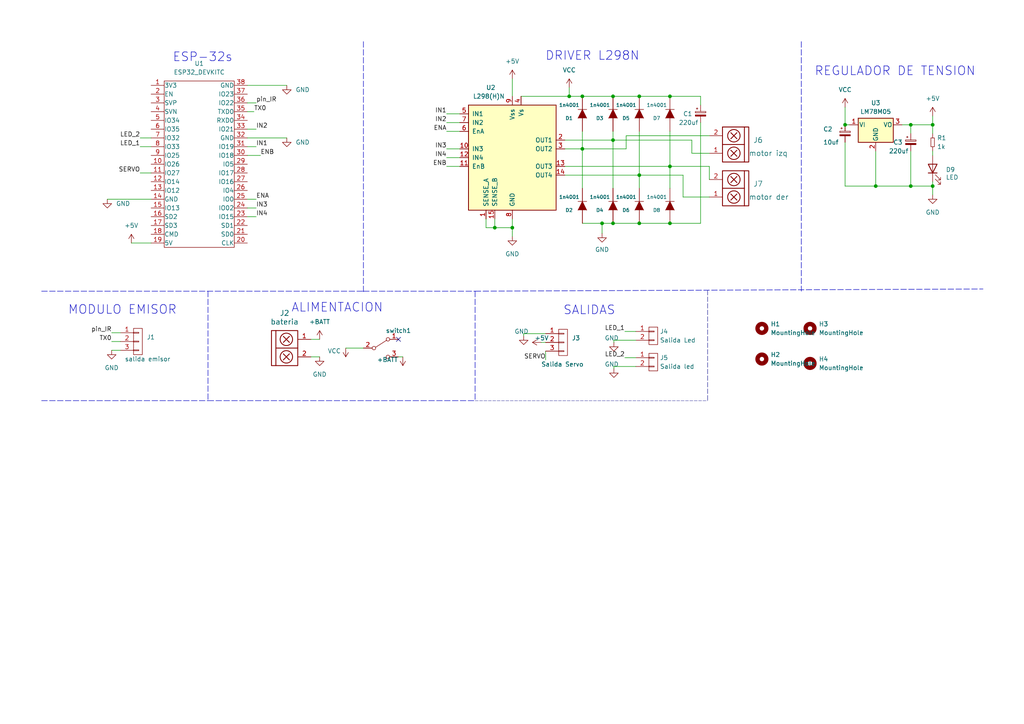
<source format=kicad_sch>
(kicad_sch (version 20211123) (generator eeschema)
  (paper "A4")
  (lib_symbols
    (symbol "Device:LED" (pin_numbers hide) (pin_names (offset 1.016) hide)
      (property "Reference" "D" (at 0 2.54 0))
      (property "Value" "LED" (at 0 -2.54 0))
      (symbol "LED_0_1"
        (polyline (pts (xy -1.27 -1.27) (xy -1.27 1.27)) (stroke (width 0.254)))
        (polyline (pts (xy -1.27 0) (xy 1.27 0)))
        (polyline (pts (xy 1.27 -1.27) (xy 1.27 1.27) (xy -1.27 0) (xy 1.27 -1.27)) (stroke (width 0.254)))
        (polyline (pts (xy -3.048 -0.762) (xy -4.572 -2.286) (xy -3.81 -2.286) (xy -4.572 -2.286) (xy -4.572 -1.524)))
        (polyline (pts (xy -1.778 -0.762) (xy -3.302 -2.286) (xy -2.54 -2.286) (xy -3.302 -2.286) (xy -3.302 -1.524)))
      )
      (symbol "LED_1_1"
        (pin passive line (at -3.81 0 0) (length 2.54) (name "K") (number "1"))
        (pin passive line (at 3.81 0 180) (length 2.54) (name "A") (number "2"))
      )
    )
    (symbol "EESTN5:CONN_01X03" (pin_names (offset 1.016) hide)
      (property "Reference" "J" (at 0 5.08 0))
      (property "Value" "CONN_01X03" (at 2.54 0 90))
      (symbol "CONN_01X03_0_1"
        (rectangle (start -1.27 -2.413) (end 0.254 -2.667))
        (rectangle (start -1.27 0.127) (end 0.254 -0.127))
        (rectangle (start -1.27 2.667) (end 0.254 2.413))
        (rectangle (start -1.27 3.81) (end 1.27 -3.81))
      )
      (symbol "CONN_01X03_1_1"
        (pin passive line (at -5.08 2.54 0) (length 3.81) (name "P1") (number "1"))
        (pin passive line (at -5.08 0 0) (length 3.81) (name "P2") (number "2"))
        (pin passive line (at -5.08 -2.54 0) (length 3.81) (name "P3") (number "3"))
      )
    )
    (symbol "EESTN5:DIODE" (pin_numbers hide) (pin_names (offset 1.016) hide)
      (property "Reference" "D" (at 0 2.54 0))
      (property "Value" "DIODE" (at 0 -2.54 0))
      (symbol "DIODE_0_1"
        (polyline (pts (xy 1.27 1.27) (xy 1.27 -1.27)) (stroke (width 0.1524)))
        (polyline (pts (xy -1.27 1.27) (xy 1.27 0) (xy -1.27 -1.27)) (fill (type outline)))
      )
      (symbol "DIODE_1_1"
        (pin passive line (at -5.08 0 0) (length 3.81) (name "A") (number "1"))
        (pin passive line (at 5.08 0 180) (length 3.81) (name "K") (number "2"))
      )
    )
    (symbol "EESTN5:ESP32_DEVKITC" (pin_names (offset 0.0254))
      (property "Reference" "U" (at 0 25.4 0))
      (property "Value" "ESP32_DEVKITC" (at 0 -25.4 0))
      (symbol "ESP32_DEVKITC_0_1"
        (rectangle (start -10.16 24.13) (end 10.16 -24.13))
      )
      (symbol "ESP32_DEVKITC_1_1"
        (pin passive line (at -13.97 22.86 0) (length 3.81) (name "3V3") (number "1"))
        (pin passive line (at -13.97 0 0) (length 3.81) (name "IO26") (number "10"))
        (pin passive line (at -13.97 -2.54 0) (length 3.81) (name "IO27") (number "11"))
        (pin passive line (at -13.97 -5.08 0) (length 3.81) (name "IO14") (number "12"))
        (pin passive line (at -13.97 -7.62 0) (length 3.81) (name "IO12") (number "13"))
        (pin passive line (at -13.97 -10.16 0) (length 3.81) (name "GND") (number "14"))
        (pin passive line (at -13.97 -12.7 0) (length 3.81) (name "IO13") (number "15"))
        (pin passive line (at -13.97 -15.24 0) (length 3.81) (name "SD2") (number "16"))
        (pin passive line (at -13.97 -17.78 0) (length 3.81) (name "SD3") (number "17"))
        (pin passive line (at -13.97 -20.32 0) (length 3.81) (name "CMD") (number "18"))
        (pin passive line (at -13.97 -22.86 0) (length 3.81) (name "5V") (number "19"))
        (pin passive line (at -13.97 20.32 0) (length 3.81) (name "EN") (number "2"))
        (pin passive line (at 13.97 -22.86 180) (length 3.81) (name "CLK") (number "20"))
        (pin passive line (at 13.97 -20.32 180) (length 3.81) (name "SD0") (number "21"))
        (pin passive line (at 13.97 -17.78 180) (length 3.81) (name "SD1") (number "22"))
        (pin passive line (at 13.97 -15.24 180) (length 3.81) (name "IO15") (number "23"))
        (pin passive line (at 13.97 -12.7 180) (length 3.81) (name "IO02") (number "24"))
        (pin passive line (at 13.97 -10.16 180) (length 3.81) (name "IO0") (number "25"))
        (pin passive line (at 13.97 -7.62 180) (length 3.81) (name "IO4") (number "26"))
        (pin passive line (at 13.97 -5.08 180) (length 3.81) (name "IO16") (number "27"))
        (pin passive line (at 13.97 -2.54 180) (length 3.81) (name "IO17") (number "28"))
        (pin passive line (at 13.97 0 180) (length 3.81) (name "IO5") (number "29"))
        (pin passive line (at -13.97 17.78 0) (length 3.81) (name "SVP") (number "3"))
        (pin passive line (at 13.97 2.54 180) (length 3.81) (name "IO18") (number "30"))
        (pin passive line (at 13.97 5.08 180) (length 3.81) (name "IO19") (number "31"))
        (pin passive line (at 13.97 7.62 180) (length 3.81) (name "GND") (number "32"))
        (pin passive line (at 13.97 10.16 180) (length 3.81) (name "IO21") (number "33"))
        (pin passive line (at 13.97 12.7 180) (length 3.81) (name "RXD0") (number "34"))
        (pin passive line (at 13.97 15.24 180) (length 3.81) (name "TXD0") (number "35"))
        (pin passive line (at 13.97 17.78 180) (length 3.81) (name "IO22") (number "36"))
        (pin passive line (at 13.97 20.32 180) (length 3.81) (name "IO23") (number "37"))
        (pin passive line (at 13.97 22.86 180) (length 3.81) (name "GND") (number "38"))
        (pin passive line (at -13.97 15.24 0) (length 3.81) (name "SVN") (number "4"))
        (pin passive line (at -13.97 12.7 0) (length 3.81) (name "IO34") (number "5"))
        (pin passive line (at -13.97 10.16 0) (length 3.81) (name "IO35") (number "6"))
        (pin passive line (at -13.97 7.62 0) (length 3.81) (name "IO32") (number "7"))
        (pin passive line (at -13.97 5.08 0) (length 3.81) (name "IO33") (number "8"))
        (pin passive line (at -13.97 2.54 0) (length 3.81) (name "IO25") (number "9"))
      )
    )
    (symbol "EESTN5:L298(H)N" (pin_names (offset 1.016))
      (property "Reference" "U" (at -1.905 18.415 0))
      (property "Value" "L298(H)N" (at -1.905 16.51 0))
      (symbol "L298(H)N_0_1"
        (rectangle (start -12.7 15.24) (end 12.7 -15.24) (stroke (width 0.254)) (fill (type background)))
      )
      (symbol "L298(H)N_1_1"
        (pin power_in line (at -7.62 -17.78 90) (length 2.54) (name "SENSE_A") (number "1"))
        (pin input line (at -15.24 2.54 0) (length 2.54) (name "IN3") (number "10"))
        (pin input line (at -15.24 -2.54 0) (length 2.54) (name "EnB") (number "11"))
        (pin input line (at -15.24 0 0) (length 2.54) (name "IN4") (number "12"))
        (pin output line (at 15.24 -2.54 180) (length 2.54) (name "OUT3") (number "13"))
        (pin output line (at 15.24 -5.08 180) (length 2.54) (name "OUT4") (number "14"))
        (pin power_in line (at -5.08 -17.78 90) (length 2.54) (name "SENSE_B") (number "15"))
        (pin output line (at 15.24 5.08 180) (length 2.54) (name "OUT1") (number "2"))
        (pin output line (at 15.24 2.54 180) (length 2.54) (name "OUT2") (number "3"))
        (pin power_in line (at 2.54 17.78 270) (length 2.54) (name "Vs") (number "4"))
        (pin input line (at -15.24 12.7 0) (length 2.54) (name "IN1") (number "5"))
        (pin input line (at -15.24 7.62 0) (length 2.54) (name "EnA") (number "6"))
        (pin input line (at -15.24 10.16 0) (length 2.54) (name "IN2") (number "7"))
        (pin power_in line (at 0 -17.78 90) (length 2.54) (name "GND") (number "8"))
        (pin power_in line (at 0 17.78 270) (length 2.54) (name "Vss") (number "9"))
      )
    )
    (symbol "EESTN5:R" (pin_numbers hide) (pin_names (offset 0))
      (property "Reference" "R" (at -1.27 0 90))
      (property "Value" "R" (at 1.27 0 90))
      (symbol "R_0_1"
        (rectangle (start 0.508 1.27) (end -0.508 -1.27))
      )
      (symbol "R_1_1"
        (pin passive line (at 0 2.54 270) (length 1.27) (name "~") (number "1"))
        (pin passive line (at 0 -2.54 90) (length 1.27) (name "~") (number "2"))
      )
    )
    (symbol "EESTN5:SW_SPDT" (pin_names (offset 0) hide)
      (property "Reference" "SW" (at 0 4.318 0))
      (symbol "SW_SPDT_0_0"
        (circle (center -2.032 0) (radius 0.508))
        (circle (center 2.032 -2.54) (radius 0.508))
      )
      (symbol "SW_SPDT_0_1"
        (polyline (pts (xy -1.524 0.254) (xy 1.651 2.286)))
        (circle (center 2.032 2.54) (radius 0.508))
      )
      (symbol "SW_SPDT_1_1"
        (pin passive line (at 5.08 2.54 180) (length 2.54) (name "A") (number "1"))
        (pin passive line (at -5.08 0 0) (length 2.54) (name "B") (number "2"))
        (pin passive line (at 5.08 -2.54 180) (length 2.54) (name "C") (number "3"))
      )
    )
    (symbol "EESTN5:TB_1X2" (pin_names (offset 1.016))
      (property "Reference" "J" (at 0 7.62 0))
      (property "Value" "TB_1X2" (at 1.27 -7.62 0))
      (symbol "TB_1X2_0_1"
        (rectangle (start -2.54 5.08) (end 5.08 -5.08) (stroke (width 0.254)))
        (polyline (pts (xy -1.27 0) (xy 5.08 0)) (stroke (width 0.254)))
        (polyline (pts (xy -1.27 5.08) (xy -1.27 -5.08)) (stroke (width 0.254)))
        (polyline (pts (xy 0.889 -3.429) (xy 2.667 -1.651)) (stroke (width 0.254)))
        (polyline (pts (xy 0.889 -1.651) (xy 2.667 -3.429)) (stroke (width 0.254)))
        (polyline (pts (xy 0.889 1.651) (xy 2.667 3.429)) (stroke (width 0.254)))
        (polyline (pts (xy 0.889 3.429) (xy 2.667 1.651)) (stroke (width 0.254)))
        (circle (center 1.778 -2.54) (radius 1.8034) (stroke (width 0.254)))
        (circle (center 1.778 2.54) (radius 1.8034) (stroke (width 0.254)))
      )
      (symbol "TB_1X2_1_1"
        (pin input line (at 8.89 2.54 180) (length 3.81) (name "~") (number "1"))
        (pin input line (at 8.89 -2.54 180) (length 3.81) (name "~") (number "2"))
      )
    )
    (symbol "MacroLib:CONN_01X02" (pin_names (offset 1.016) hide)
      (property "Reference" "J" (at -1.27 5.715 0))
      (property "Value" "CONN_01X02" (at -0.635 3.81 0))
      (symbol "CONN_01X02_1_1"
        (rectangle (start -1.27 -1.143) (end 0.254 -1.397))
        (rectangle (start -1.27 1.397) (end 0.254 1.143))
        (rectangle (start -1.27 2.54) (end 1.27 -2.54))
        (pin passive line (at -5.08 1.27 0) (length 3.81) (name "P1") (number "1"))
        (pin passive line (at -5.08 -1.27 0) (length 3.81) (name "P2") (number "2"))
      )
    )
    (symbol "Mechanical:MountingHole" (pin_names (offset 1.016))
      (property "Reference" "H" (at 0 5.08 0))
      (property "Value" "MountingHole" (at 0 3.175 0))
      (symbol "MountingHole_0_1"
        (circle (center 0 0) (radius 1.27) (stroke (width 1.27)))
      )
    )
    (symbol "Regulator_Linear:LM78M05_TO220" (pin_names (offset 0.254))
      (property "Reference" "U" (at -3.81 3.175 0))
      (property "Value" "LM78M05_TO220" (at 0 3.175 0))
      (symbol "LM78M05_TO220_0_1"
        (rectangle (start -5.08 1.905) (end 5.08 -5.08) (stroke (width 0.254)) (fill (type background)))
      )
      (symbol "LM78M05_TO220_1_1"
        (pin power_in line (at -7.62 0 0) (length 2.54) (name "VI") (number "1"))
        (pin power_in line (at 0 -7.62 90) (length 2.54) (name "GND") (number "2"))
        (pin power_out line (at 7.62 0 180) (length 2.54) (name "VO") (number "3"))
      )
    )
    (symbol "StepperDriver-rescue:CP_Small-Device" (pin_numbers hide) (pin_names (offset 0.254) hide)
      (property "Reference" "C" (at 0.254 1.778 0))
      (property "Value" "CP_Small-Device" (at 0.254 -2.032 0))
      (symbol "CP_Small-Device_0_1"
        (rectangle (start -1.524 -0.3048) (end 1.524 -0.6858) (fill (type outline)))
        (rectangle (start -1.524 0.6858) (end 1.524 0.3048))
        (polyline (pts (xy -1.27 1.524) (xy -0.762 1.524)))
        (polyline (pts (xy -1.016 1.27) (xy -1.016 1.778)))
      )
      (symbol "CP_Small-Device_1_1"
        (pin passive line (at 0 2.54 270) (length 1.8542) (name "~") (number "1"))
        (pin passive line (at 0 -2.54 90) (length 1.8542) (name "~") (number "2"))
      )
    )
    (symbol "power:+5V" (power) (pin_names (offset 0))
      (property "Value" "+5V" (at 0 3.556 0))
      (symbol "+5V_0_1"
        (polyline (pts (xy -0.762 1.27) (xy 0 2.54)))
        (polyline (pts (xy 0 0) (xy 0 2.54)))
        (polyline (pts (xy 0 2.54) (xy 0.762 1.27)))
      )
      (symbol "+5V_1_1"
        (pin power_in line (at 0 0 90) (length 0) hide (name "+5V") (number "1"))
      )
    )
    (symbol "power:+BATT" (power) (pin_names (offset 0))
      (property "Value" "+BATT" (at 0 3.556 0))
      (symbol "+BATT_0_1"
        (polyline (pts (xy -0.762 1.27) (xy 0 2.54)))
        (polyline (pts (xy 0 0) (xy 0 2.54)))
        (polyline (pts (xy 0 2.54) (xy 0.762 1.27)))
      )
      (symbol "+BATT_1_1"
        (pin power_in line (at 0 0 90) (length 0) hide (name "+BATT") (number "1"))
      )
    )
    (symbol "power:GND" (power) (pin_names (offset 0))
      (property "Value" "GND" (at 0 -3.81 0))
      (symbol "GND_0_1"
        (polyline (pts (xy 0 0) (xy 0 -1.27) (xy 1.27 -1.27) (xy 0 -2.54) (xy -1.27 -1.27) (xy 0 -1.27)))
      )
      (symbol "GND_1_1"
        (pin power_in line (at 0 0 270) (length 0) hide (name "GND") (number "1"))
      )
    )
    (symbol "power:VCC" (power) (pin_names (offset 0))
      (property "Value" "VCC" (at 0 3.81 0))
      (symbol "VCC_0_1"
        (polyline (pts (xy -0.762 1.27) (xy 0 2.54)))
        (polyline (pts (xy 0 0) (xy 0 2.54)))
        (polyline (pts (xy 0 2.54) (xy 0.762 1.27)))
      )
      (symbol "VCC_1_1"
        (pin power_in line (at 0 0 90) (length 0) hide (name "VCC") (number "1"))
      )
    )
  )
  (junction (at 168.91 27.94))
  (junction (at 168.91 43.18))
  (junction (at 270.51 53.975))
  (junction (at 254 53.975))
  (junction (at 264.16 36.195))
  (junction (at 245.11 36.195))
  (junction (at 194.31 64.77))
  (junction (at 174.625 64.77))
  (junction (at 148.59 66.04))
  (junction (at 177.8 27.94))
  (junction (at 270.51 36.195))
  (junction (at 177.8 40.64))
  (junction (at 177.8 64.77))
  (junction (at 185.42 64.77))
  (junction (at 165.1 27.94))
  (junction (at 185.42 50.8))
  (junction (at 264.16 53.975))
  (junction (at 143.51 66.04))
  (junction (at 185.42 27.94))
  (junction (at 194.31 48.26))
  (junction (at 194.31 27.94))
  (no_connect (at 115.57 98.425))
  (wire (pts (xy 184.404 98.679) (xy 178.054 98.679)))
  (wire (pts (xy 143.51 63.5) (xy 143.51 66.04)))
  (wire (pts (xy 245.11 31.115) (xy 245.11 36.195)))
  (wire (pts (xy 116.84 103.505) (xy 115.57 103.505)))
  (wire (pts (xy 74.295 29.845) (xy 71.755 29.845)))
  (wire (pts (xy 151.892 96.774) (xy 151.892 97.409)))
  (wire (pts (xy 174.625 64.77) (xy 168.91 64.77)))
  (polyline (pts (xy 105.41 84.455) (xy 137.795 84.455)))
  (polyline (pts (xy 105.41 12.065) (xy 105.41 85.09)))
  (wire (pts (xy 245.11 41.275) (xy 245.11 53.975)))
  (wire (pts (xy 185.42 50.8) (xy 185.42 54.61)))
  (wire (pts (xy 194.31 64.77) (xy 185.42 64.77)))
  (wire (pts (xy 185.42 38.1) (xy 185.42 50.8)))
  (wire (pts (xy 163.83 50.8) (xy 185.42 50.8)))
  (wire (pts (xy 40.64 50.165) (xy 43.815 50.165)))
  (wire (pts (xy 90.17 103.505) (xy 92.71 103.505)))
  (wire (pts (xy 270.51 53.975) (xy 270.51 52.705)))
  (wire (pts (xy 156.972 99.314) (xy 158.242 99.314)))
  (wire (pts (xy 163.83 43.18) (xy 168.91 43.18)))
  (wire (pts (xy 151.13 27.94) (xy 165.1 27.94)))
  (wire (pts (xy 270.51 33.655) (xy 270.51 36.195)))
  (wire (pts (xy 177.8 64.77) (xy 174.625 64.77)))
  (polyline (pts (xy 232.41 12.065) (xy 232.41 84.455)))
  (wire (pts (xy 177.8 40.64) (xy 177.8 54.61)))
  (wire (pts (xy 105.41 100.965) (xy 100.2792 100.965)))
  (wire (pts (xy 140.97 66.04) (xy 143.51 66.04)))
  (wire (pts (xy 203.2 35.56) (xy 203.2 64.77)))
  (wire (pts (xy 264.16 43.815) (xy 264.16 53.975)))
  (wire (pts (xy 74.295 42.545) (xy 71.755 42.545)))
  (polyline (pts (xy 12.065 116.205) (xy 60.325 116.205)))
  (wire (pts (xy 261.62 36.195) (xy 264.16 36.195)))
  (wire (pts (xy 31.115 57.785) (xy 43.815 57.785)))
  (wire (pts (xy 129.54 48.26) (xy 133.35 48.26)))
  (wire (pts (xy 158.242 96.774) (xy 151.892 96.774)))
  (wire (pts (xy 203.2 64.77) (xy 194.31 64.77)))
  (wire (pts (xy 198.12 50.8) (xy 185.42 50.8)))
  (wire (pts (xy 165.1 25.4) (xy 165.1 27.94)))
  (wire (pts (xy 177.8 40.64) (xy 200.66 40.64)))
  (wire (pts (xy 178.054 98.679) (xy 178.054 99.314)))
  (wire (pts (xy 254 53.975) (xy 264.16 53.975)))
  (wire (pts (xy 185.42 64.77) (xy 177.8 64.77)))
  (wire (pts (xy 184.404 106.299) (xy 178.054 106.299)))
  (wire (pts (xy 71.755 45.085) (xy 75.565 45.085)))
  (wire (pts (xy 168.91 27.94) (xy 177.8 27.94)))
  (wire (pts (xy 71.755 24.765) (xy 83.185 24.765)))
  (wire (pts (xy 129.54 38.1) (xy 133.35 38.1)))
  (wire (pts (xy 32.385 96.52) (xy 34.925 96.52)))
  (wire (pts (xy 198.12 57.15) (xy 198.12 50.8)))
  (wire (pts (xy 254 43.815) (xy 254 53.975)))
  (wire (pts (xy 264.16 36.195) (xy 270.51 36.195)))
  (wire (pts (xy 203.2 27.94) (xy 203.2 30.48)))
  (bus (pts (xy 205.232 84.201) (xy 205.232 116.205)) (stroke (width 0.127) (type dash)))
  (wire (pts (xy 270.51 53.975) (xy 270.51 56.515)))
  (wire (pts (xy 168.91 43.18) (xy 168.91 54.61)))
  (wire (pts (xy 194.31 48.26) (xy 194.31 54.61)))
  (wire (pts (xy 129.54 45.72) (xy 133.35 45.72)))
  (wire (pts (xy 270.51 43.815) (xy 270.51 45.085)))
  (wire (pts (xy 74.295 57.785) (xy 71.755 57.785)))
  (polyline (pts (xy 60.325 116.205) (xy 137.795 116.205)))
  (wire (pts (xy 148.59 63.5) (xy 148.59 66.04)))
  (wire (pts (xy 168.91 38.1) (xy 168.91 43.18)))
  (polyline (pts (xy 137.795 84.455) (xy 285.115 83.82)))
  (wire (pts (xy 71.755 40.005) (xy 83.185 40.005)))
  (wire (pts (xy 32.385 101.6) (xy 34.925 101.6)))
  (wire (pts (xy 185.42 27.94) (xy 194.31 27.94)))
  (wire (pts (xy 200.66 40.64) (xy 200.66 44.45)))
  (wire (pts (xy 74.295 37.465) (xy 71.755 37.465)))
  (wire (pts (xy 148.59 22.86) (xy 148.59 27.94)))
  (wire (pts (xy 264.16 36.195) (xy 264.16 38.735)))
  (wire (pts (xy 205.74 57.15) (xy 198.12 57.15)))
  (wire (pts (xy 129.54 35.56) (xy 133.35 35.56)))
  (wire (pts (xy 90.17 98.425) (xy 92.71 98.425)))
  (wire (pts (xy 194.31 38.1) (xy 194.31 48.26)))
  (wire (pts (xy 200.66 44.45) (xy 205.74 44.45)))
  (polyline (pts (xy 12.065 84.455) (xy 105.41 84.455)))
  (wire (pts (xy 174.625 64.77) (xy 174.625 67.691)))
  (wire (pts (xy 181.61 43.18) (xy 168.91 43.18)))
  (wire (pts (xy 43.815 42.545) (xy 40.64 42.545)))
  (wire (pts (xy 32.385 99.06) (xy 34.925 99.06)))
  (wire (pts (xy 205.74 48.26) (xy 205.74 52.07)))
  (wire (pts (xy 184.404 96.139) (xy 181.229 96.139)))
  (wire (pts (xy 158.242 104.394) (xy 158.242 101.854)))
  (wire (pts (xy 264.16 53.975) (xy 270.51 53.975)))
  (bus (pts (xy 137.795 116.205) (xy 205.232 116.205)) (stroke (width 0.0508) (type dash)))
  (wire (pts (xy 74.295 62.865) (xy 71.755 62.865)))
  (wire (pts (xy 194.31 48.26) (xy 205.74 48.26)))
  (wire (pts (xy 165.1 27.94) (xy 168.91 27.94)))
  (wire (pts (xy 205.74 39.37) (xy 181.61 39.37)))
  (wire (pts (xy 177.8 27.94) (xy 185.42 27.94)))
  (wire (pts (xy 178.054 106.299) (xy 178.054 106.934)))
  (wire (pts (xy 74.295 60.325) (xy 71.755 60.325)))
  (wire (pts (xy 143.51 66.04) (xy 148.59 66.04)))
  (wire (pts (xy 129.54 33.02) (xy 133.35 33.02)))
  (wire (pts (xy 38.1 70.485) (xy 43.815 70.485)))
  (polyline (pts (xy 60.325 84.455) (xy 60.325 116.205)))
  (polyline (pts (xy 137.795 84.455) (xy 137.795 116.205)))
  (wire (pts (xy 163.83 48.26) (xy 194.31 48.26)))
  (wire (pts (xy 194.31 27.94) (xy 203.2 27.94)))
  (wire (pts (xy 148.59 68.58) (xy 148.59 66.04)))
  (wire (pts (xy 140.97 63.5) (xy 140.97 66.04)))
  (wire (pts (xy 43.815 40.005) (xy 40.64 40.005)))
  (wire (pts (xy 129.54 43.18) (xy 133.35 43.18)))
  (wire (pts (xy 177.8 38.1) (xy 177.8 40.64)))
  (wire (pts (xy 245.11 53.975) (xy 254 53.975)))
  (wire (pts (xy 184.404 103.759) (xy 181.229 103.759)))
  (wire (pts (xy 163.83 40.64) (xy 177.8 40.64)))
  (wire (pts (xy 181.61 39.37) (xy 181.61 43.18)))
  (wire (pts (xy 71.755 32.385) (xy 73.66 32.385)))
  (wire (pts (xy 270.51 36.195) (xy 270.51 38.735)))
  (wire (pts (xy 245.11 36.195) (xy 246.38 36.195)))
  (text "ESP-32s" (at 50.038 18.161 0) (effects (font (size 2.54 2.54)) (justify left bottom)))
  (text "SALIDAS" (at 163.322 91.567 0) (effects (font (size 2.54 2.54)) (justify left bottom)))
  (text "ALIMENTACION " (at 84.455 90.805 0) (effects (font (size 2.54 2.54)) (justify left bottom)))
  (text "DRIVER L298N" (at 158.115 17.78 0) (effects (font (size 2.54 2.54)) (justify left bottom)))
  (text "REGULADOR DE TENSION" (at 236.22 22.225 0) (effects (font (size 2.54 2.54)) (justify left bottom)))
  (text "MODULO EMISOR" (at 19.685 91.44 0) (effects (font (size 2.54 2.54)) (justify left bottom)))
  (label "LED_2" (at 181.229 103.759 180))
  (label "IN2" (at 74.295 37.465 0))
  (label "IN4" (at 74.295 62.865 0))
  (label "pin_IR" (at 74.295 29.845 0))
  (label "TX0" (at 73.66 32.385 0))
  (label "LED_1" (at 40.64 42.545 180))
  (label "IN2" (at 129.54 35.56 180))
  (label "IN4" (at 129.54 45.72 180))
  (label "IN3" (at 129.54 43.18 180))
  (label "ENA" (at 129.54 38.1 180))
  (label "SERVO" (at 158.242 104.394 180))
  (label "TX0" (at 32.385 99.06 180))
  (label "IN1" (at 129.54 33.02 180))
  (label "LED_1" (at 181.229 96.139 180))
  (label "SERVO" (at 40.64 50.165 180))
  (label "ENB" (at 129.54 48.26 180))
  (label "LED_2" (at 40.64 40.005 180))
  (label "ENA" (at 74.295 57.785 0))
  (label "pin_IR" (at 32.385 96.52 180))
  (label "IN3" (at 74.295 60.325 0))
  (label "ENB" (at 75.565 45.085 0))
  (label "IN1" (at 74.295 42.545 0))
  (symbol (lib_id "power:GND") (at 270.51 56.515 0) (unit 1)
    (property "Reference" "#PWR019" (effects hide))
    (property "Value" "GND" (at 270.51 61.595 0))
  )
  (symbol (lib_id "Mechanical:MountingHole") (at 220.98 95.25 0) (unit 1)
    (property "Reference" "H1" (at 223.52 93.9799 0) (effects (justify left)))
    (property "Value" "MountingHole" (at 223.52 96.5199 0) (effects (justify left)))
    (property "Footprint" "MountingHole:MountingHole_3mm" (effects hide))
  )
  (symbol (lib_id "MacroLib:CONN_01X02") (at 189.484 105.029 0) (unit 1)
    (property "Reference" "J5" (at 191.389 103.7589 0) (effects (justify left)))
    (property "Value" "Salida led" (at 191.389 106.2989 0) (effects (justify left)))
    (property "Footprint" "Connector_JST:JST_EH_B2B-EH-A_1x02_P2.50mm_Vertical" (effects hide))
  )
  (symbol (lib_id "Mechanical:MountingHole") (at 220.98 104.14 0) (unit 1)
    (property "Reference" "H2" (at 223.52 102.8699 0) (effects (justify left)))
    (property "Value" "MountingHole" (at 223.52 105.4099 0) (effects (justify left)))
    (property "Footprint" "MountingHole:MountingHole_3mm" (effects hide))
  )
  (symbol (lib_id "power:GND") (at 83.185 40.005 0) (unit 1)
    (property "Reference" "#PWR05" (effects hide))
    (property "Value" "GND" (at 85.725 41.2749 0) (effects (justify left)))
  )
  (symbol (lib_id "power:GND") (at 31.115 57.785 0) (unit 1)
    (property "Reference" "#PWR01" (effects hide))
    (property "Value" "GND" (at 33.655 59.0549 0) (effects (justify left)))
  )
  (symbol (lib_id "EESTN5:DIODE") (at 177.8 59.69 90) (unit 1)
    (property "Reference" "D4" (at 173.9519 60.96 90) (effects (font (size 1.016 1.016))))
    (property "Value" "1n4001" (at 173.99 57.15 90) (effects (font (size 1.016 1.016))))
    (property "Footprint" "EESTN5:DO-41" (effects hide))
  )
  (symbol (lib_id "EESTN5:L298(H)N") (at 148.59 45.72 0) (unit 1)
    (property "Reference" "U2" (at 140.97 25.4 0) (effects (justify left)))
    (property "Value" "L298(H)N" (at 137.16 27.94 0) (effects (justify left)))
    (property "Footprint" "Package_TO_SOT_THT:TO-220-15_P2.54x2.54mm_StaggerEven_Lead4.58mm_Vertical" (effects hide))
    (property "Datasheet" "http://www.st.com/st-web-ui/static/active/en/resource/technical/document/datasheet/CD00000240.pdf" (effects hide))
  )
  (symbol (lib_id "StepperDriver-rescue:CP_Small-Device") (at 245.11 38.735 0) (unit 1)
    (property "Reference" "C2" (at 238.76 37.465 0) (effects (justify left)))
    (property "Value" "10uf" (at 238.76 41.275 0) (effects (justify left)))
    (property "Footprint" "Capacitor_THT:CP_Radial_D5.0mm_P2.00mm" (effects hide))
  )
  (symbol (lib_id "MacroLib:CONN_01X02") (at 189.484 97.409 0) (unit 1)
    (property "Reference" "J4" (at 191.389 96.1389 0) (effects (justify left)))
    (property "Value" "Salida Led" (at 191.389 98.6789 0) (effects (justify left)))
    (property "Footprint" "Connector_JST:JST_EH_B2B-EH-A_1x02_P2.50mm_Vertical" (effects hide))
  )
  (symbol (lib_id "Device:LED") (at 270.51 48.895 90) (unit 1)
    (property "Reference" "D9" (at 274.32 49.2124 90) (effects (justify right)))
    (property "Value" "LED" (at 274.32 51.435 90) (effects (justify right)))
    (property "Footprint" "EESTN5:led_3mm_clear" (effects hide))
  )
  (symbol (lib_id "power:GND") (at 151.892 97.409 0) (unit 1)
    (property "Reference" "#PWR010" (effects hide))
    (property "Value" "GND" (at 151.257 96.139 0))
  )
  (symbol (lib_id "power:GND") (at 174.625 67.691 0) (unit 1)
    (property "Reference" "#PWR0103" (effects hide))
    (property "Value" "GND" (at 174.625 72.39 0))
  )
  (symbol (lib_id "power:GND") (at 92.71 103.505 0) (unit 1)
    (property "Reference" "#PWR07" (effects hide))
    (property "Value" "GND" (at 92.71 108.585 0))
  )
  (symbol (lib_id "EESTN5:TB_1X2") (at 214.63 41.91 180) (unit 1)
    (property "Reference" "J6" (at 218.44 40.64 0) (effects (font (size 1.524 1.524)) (justify right)))
    (property "Value" "motor izq" (at 217.17 44.45 0) (effects (font (size 1.524 1.524)) (justify right)))
    (property "Footprint" "EESTN5:BORNERA2_AZUL" (effects hide))
  )
  (symbol (lib_id "power:+BATT") (at 92.71 98.425 0) (unit 1)
    (property "Reference" "#PWR06" (effects hide))
    (property "Value" "+BATT" (at 92.71 93.345 0))
  )
  (symbol (lib_id "power:VCC") (at 245.11 31.115 0) (unit 1)
    (property "Reference" "#PWR017" (effects hide))
    (property "Value" "VCC" (at 245.11 26.035 0))
  )
  (symbol (lib_id "EESTN5:ESP32_DEVKITC") (at 57.785 47.625 0) (unit 1)
    (property "Reference" "U1" (at 57.785 18.415 0))
    (property "Value" "ESP32_DEVKITC" (at 57.785 20.955 0))
    (property "Footprint" "EESTN5:ESP32S" (effects hide))
  )
  (symbol (lib_id "EESTN5:CONN_01X03") (at 163.322 99.314 0) (unit 1)
    (property "Reference" "J3" (at 165.862 98.0439 0) (effects (justify left)))
    (property "Value" "Salida Servo" (at 156.972 105.664 0) (effects (justify left)))
    (property "Footprint" "Connector_JST:JST_EH_B3B-EH-A_1x03_P2.50mm_Vertical" (effects hide))
  )
  (symbol (lib_id "StepperDriver-rescue:CP_Small-Device") (at 203.2 33.02 0) (unit 1)
    (property "Reference" "C1" (at 198.12 33.02 0) (effects (justify left)))
    (property "Value" "220uf" (at 196.85 35.56 0) (effects (justify left)))
    (property "Footprint" "Capacitor_THT:CP_Radial_D5.0mm_P2.00mm" (effects hide))
  )
  (symbol (lib_id "power:VCC") (at 100.2792 100.965 180) (unit 1)
    (property "Reference" "#PWR0102" (effects hide))
    (property "Value" "VCC" (at 98.8822 101.8012 0) (effects (justify left)))
  )
  (symbol (lib_id "power:VCC") (at 165.1 25.4 0) (unit 1)
    (property "Reference" "#PWR014" (effects hide))
    (property "Value" "VCC" (at 165.1 20.32 0))
  )
  (symbol (lib_id "EESTN5:DIODE") (at 194.31 33.02 90) (unit 1)
    (property "Reference" "D7" (at 190.4619 34.29 90) (effects (font (size 1.016 1.016))))
    (property "Value" "1n4001" (at 190.5 30.48 90) (effects (font (size 1.016 1.016))))
    (property "Footprint" "EESTN5:DO-41" (effects hide))
  )
  (symbol (lib_id "power:+BATT") (at 116.84 103.505 180) (unit 1)
    (property "Reference" "#PWR0101" (effects hide))
    (property "Value" "+BATT" (at 115.443 104.3412 0) (effects (justify left)))
  )
  (symbol (lib_id "EESTN5:TB_1X2") (at 214.63 54.61 180) (unit 1)
    (property "Reference" "J7" (at 218.44 53.34 0) (effects (font (size 1.524 1.524)) (justify right)))
    (property "Value" "motor der" (at 217.17 57.15 0) (effects (font (size 1.524 1.524)) (justify right)))
    (property "Footprint" "EESTN5:BORNERA2_AZUL" (effects hide))
  )
  (symbol (lib_id "power:GND") (at 178.054 99.314 0) (unit 1)
    (property "Reference" "#PWR015" (effects hide))
    (property "Value" "GND" (at 177.419 98.044 0))
  )
  (symbol (lib_id "power:+5V") (at 38.1 70.485 0) (unit 1)
    (property "Reference" "#PWR03" (effects hide))
    (property "Value" "+5V" (at 38.1 65.405 0))
  )
  (symbol (lib_id "power:GND") (at 83.185 24.765 0) (unit 1)
    (property "Reference" "#PWR04" (effects hide))
    (property "Value" "GND" (at 85.725 26.0349 0) (effects (justify left)))
  )
  (symbol (lib_id "power:+5V") (at 270.51 33.655 0) (unit 1)
    (property "Reference" "#PWR018" (effects hide))
    (property "Value" "+5V" (at 270.51 28.575 0))
  )
  (symbol (lib_id "EESTN5:R") (at 270.51 41.275 0) (unit 1)
    (property "Reference" "R1" (at 271.78 40.0049 0) (effects (justify left)))
    (property "Value" "1k" (at 271.78 42.5449 0) (effects (justify left)))
    (property "Footprint" "EESTN5:RES0.3" (effects hide))
  )
  (symbol (lib_id "StepperDriver-rescue:CP_Small-Device") (at 264.16 41.275 0) (unit 1)
    (property "Reference" "C3" (at 259.08 41.275 0) (effects (justify left)))
    (property "Value" "220uf" (at 257.81 43.815 0) (effects (justify left)))
    (property "Footprint" "Capacitor_THT:CP_Radial_D5.0mm_P2.00mm" (effects hide))
  )
  (symbol (lib_id "power:GND") (at 32.385 101.6 0) (unit 1)
    (property "Reference" "#PWR02" (effects hide))
    (property "Value" "GND" (at 32.385 106.68 0))
  )
  (symbol (lib_id "EESTN5:DIODE") (at 168.91 59.69 90) (unit 1)
    (property "Reference" "D2" (at 165.0619 60.96 90) (effects (font (size 1.016 1.016))))
    (property "Value" "1n4001" (at 165.1 57.15 90) (effects (font (size 1.016 1.016))))
    (property "Footprint" "EESTN5:DO-41" (effects hide))
  )
  (symbol (lib_id "EESTN5:SW_SPDT") (at 110.49 100.965 0) (unit 1)
    (property "Reference" "switch1" (at 115.57 95.885 0))
    (property "Value" "SW_SPDT" (effects hide))
    (property "Footprint" "EESTN5:SW_SPDT_TH_Vertical" (effects hide))
  )
  (symbol (lib_id "EESTN5:DIODE") (at 168.91 33.02 90) (unit 1)
    (property "Reference" "D1" (at 165.0619 34.29 90) (effects (font (size 1.016 1.016))))
    (property "Value" "1n4001" (at 165.1 30.48 90) (effects (font (size 1.016 1.016))))
    (property "Footprint" "EESTN5:DO-41" (effects hide))
  )
  (symbol (lib_id "EESTN5:TB_1X2") (at 81.28 100.965 0) (unit 1)
    (property "Reference" "J2" (at 82.55 90.805 0) (effects (font (size 1.524 1.524))))
    (property "Value" "bateria" (at 82.55 93.345 0) (effects (font (size 1.524 1.524))))
    (property "Footprint" "EESTN5:BORNERA2_AZUL" (effects hide))
  )
  (symbol (lib_id "EESTN5:DIODE") (at 185.42 59.69 90) (unit 1)
    (property "Reference" "D6" (at 181.5719 60.96 90) (effects (font (size 1.016 1.016))))
    (property "Value" "1n4001" (at 181.61 57.15 90) (effects (font (size 1.016 1.016))))
    (property "Footprint" "EESTN5:DO-41" (effects hide))
  )
  (symbol (lib_id "power:GND") (at 178.054 106.934 0) (unit 1)
    (property "Reference" "#PWR016" (effects hide))
    (property "Value" "GND" (at 177.419 105.664 0))
  )
  (symbol (lib_id "power:+5V") (at 148.59 22.86 0) (unit 1)
    (property "Reference" "#PWR012" (effects hide))
    (property "Value" "+5V" (at 148.59 17.78 0))
  )
  (symbol (lib_id "EESTN5:DIODE") (at 177.8 33.02 90) (unit 1)
    (property "Reference" "D3" (at 173.9519 34.29 90) (effects (font (size 1.016 1.016))))
    (property "Value" "1n4001" (at 173.99 30.48 90) (effects (font (size 1.016 1.016))))
    (property "Footprint" "EESTN5:DO-41" (effects hide))
  )
  (symbol (lib_id "Regulator_Linear:LM78M05_TO220") (at 254 36.195 0) (unit 1)
    (property "Reference" "U3" (at 254 29.845 0))
    (property "Value" "LM78M05" (at 254 32.385 0))
    (property "Footprint" "Package_TO_SOT_THT:TO-220-3_Vertical" (effects hide))
    (property "Datasheet" "https://www.onsemi.com/pub/Collateral/MC78M00-D.PDF" (effects hide))
  )
  (symbol (lib_id "EESTN5:DIODE") (at 194.31 59.69 90) (unit 1)
    (property "Reference" "D8" (at 190.4619 60.96 90) (effects (font (size 1.016 1.016))))
    (property "Value" "1n4001" (at 190.5 57.15 90) (effects (font (size 1.016 1.016))))
    (property "Footprint" "EESTN5:DO-41" (effects hide))
  )
  (symbol (lib_id "Mechanical:MountingHole") (at 234.95 95.25 0) (unit 1)
    (property "Reference" "H3" (at 237.49 93.9799 0) (effects (justify left)))
    (property "Value" "MountingHole" (at 237.49 96.5199 0) (effects (justify left)))
    (property "Footprint" "MountingHole:MountingHole_3mm" (effects hide))
  )
  (symbol (lib_id "Mechanical:MountingHole") (at 234.95 105.41 0) (unit 1)
    (property "Reference" "H4" (at 237.49 104.1399 0) (effects (justify left)))
    (property "Value" "MountingHole" (at 237.49 106.6799 0) (effects (justify left)))
    (property "Footprint" "MountingHole:MountingHole_3mm" (effects hide))
  )
  (symbol (lib_id "EESTN5:CONN_01X03") (at 40.005 99.06 0) (unit 1)
    (property "Reference" "J1" (at 42.545 97.7899 0) (effects (justify left)))
    (property "Value" "salida emisor" (at 36.195 104.14 0) (effects (justify left)))
    (property "Footprint" "Connector_JST:JST_EH_B3B-EH-A_1x03_P2.50mm_Vertical" (effects hide))
  )
  (symbol (lib_id "power:GND") (at 148.59 68.58 0) (unit 1)
    (property "Reference" "#PWR013" (effects hide))
    (property "Value" "GND" (at 148.59 73.66 0))
  )
  (symbol (lib_id "power:+5V") (at 156.972 99.314 90) (unit 1)
    (property "Reference" "#PWR011" (effects hide))
    (property "Value" "+5V" (at 155.067 98.044 90) (effects (justify right)))
  )
  (symbol (lib_id "EESTN5:DIODE") (at 185.42 33.02 90) (unit 1)
    (property "Reference" "D5" (at 181.5719 34.29 90) (effects (font (size 1.016 1.016))))
    (property "Value" "1n4001" (at 181.61 30.48 90) (effects (font (size 1.016 1.016))))
    (property "Footprint" "EESTN5:DO-41" (effects hide))
  )
)
</source>
